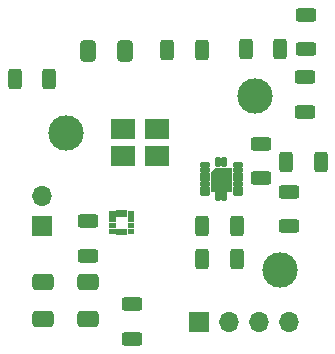
<source format=gbr>
%TF.GenerationSoftware,KiCad,Pcbnew,9.0.0*%
%TF.CreationDate,2025-03-07T11:03:18+01:00*%
%TF.ProjectId,PCB_rigide,5043425f-7269-4676-9964-652e6b696361,rev?*%
%TF.SameCoordinates,Original*%
%TF.FileFunction,Soldermask,Top*%
%TF.FilePolarity,Negative*%
%FSLAX46Y46*%
G04 Gerber Fmt 4.6, Leading zero omitted, Abs format (unit mm)*
G04 Created by KiCad (PCBNEW 9.0.0) date 2025-03-07 11:03:18*
%MOMM*%
%LPD*%
G01*
G04 APERTURE LIST*
G04 Aperture macros list*
%AMRoundRect*
0 Rectangle with rounded corners*
0 $1 Rounding radius*
0 $2 $3 $4 $5 $6 $7 $8 $9 X,Y pos of 4 corners*
0 Add a 4 corners polygon primitive as box body*
4,1,4,$2,$3,$4,$5,$6,$7,$8,$9,$2,$3,0*
0 Add four circle primitives for the rounded corners*
1,1,$1+$1,$2,$3*
1,1,$1+$1,$4,$5*
1,1,$1+$1,$6,$7*
1,1,$1+$1,$8,$9*
0 Add four rect primitives between the rounded corners*
20,1,$1+$1,$2,$3,$4,$5,0*
20,1,$1+$1,$4,$5,$6,$7,0*
20,1,$1+$1,$6,$7,$8,$9,0*
20,1,$1+$1,$8,$9,$2,$3,0*%
G04 Aperture macros list end*
%ADD10C,0.010000*%
%ADD11C,0.002000*%
%ADD12C,3.000000*%
%ADD13RoundRect,0.250000X-0.312500X-0.625000X0.312500X-0.625000X0.312500X0.625000X-0.312500X0.625000X0*%
%ADD14RoundRect,0.250000X-0.625000X0.312500X-0.625000X-0.312500X0.625000X-0.312500X0.625000X0.312500X0*%
%ADD15RoundRect,0.250000X0.625000X-0.312500X0.625000X0.312500X-0.625000X0.312500X-0.625000X-0.312500X0*%
%ADD16RoundRect,0.250000X0.650000X-0.412500X0.650000X0.412500X-0.650000X0.412500X-0.650000X-0.412500X0*%
%ADD17O,1.700000X1.700000*%
%ADD18R,1.700000X1.700000*%
%ADD19RoundRect,0.250000X0.312500X0.625000X-0.312500X0.625000X-0.312500X-0.625000X0.312500X-0.625000X0*%
%ADD20R,2.100000X1.800000*%
%ADD21RoundRect,0.116600X-0.315400X0.095400X-0.315400X-0.095400X0.315400X-0.095400X0.315400X0.095400X0*%
%ADD22RoundRect,0.116600X-0.095400X0.315400X-0.095400X-0.315400X0.095400X-0.315400X0.095400X0.315400X0*%
%ADD23RoundRect,0.250000X0.412500X0.650000X-0.412500X0.650000X-0.412500X-0.650000X0.412500X-0.650000X0*%
G04 APERTURE END LIST*
D10*
%TO.C,U2*%
X87838000Y-42389000D02*
X87388000Y-42389000D01*
X87388000Y-41989000D01*
X87838000Y-41989000D01*
X87838000Y-42389000D01*
G36*
X87838000Y-42389000D02*
G01*
X87388000Y-42389000D01*
X87388000Y-41989000D01*
X87838000Y-41989000D01*
X87838000Y-42389000D01*
G37*
X87838000Y-42889000D02*
X87388000Y-42889000D01*
X87388000Y-42489000D01*
X87838000Y-42489000D01*
X87838000Y-42889000D01*
G36*
X87838000Y-42889000D02*
G01*
X87388000Y-42889000D01*
X87388000Y-42489000D01*
X87838000Y-42489000D01*
X87838000Y-42889000D01*
G37*
X87838000Y-43389000D02*
X87388000Y-43389000D01*
X87388000Y-42989000D01*
X87838000Y-42989000D01*
X87838000Y-43389000D01*
G36*
X87838000Y-43389000D02*
G01*
X87388000Y-43389000D01*
X87388000Y-42989000D01*
X87838000Y-42989000D01*
X87838000Y-43389000D01*
G37*
X87838000Y-43889000D02*
X87388000Y-43889000D01*
X87388000Y-43489000D01*
X87838000Y-43489000D01*
X87838000Y-43889000D01*
G36*
X87838000Y-43889000D02*
G01*
X87388000Y-43889000D01*
X87388000Y-43489000D01*
X87838000Y-43489000D01*
X87838000Y-43889000D01*
G37*
X88338000Y-42389000D02*
X87938000Y-42389000D01*
X87938000Y-41939000D01*
X88338000Y-41939000D01*
X88338000Y-42389000D01*
G36*
X88338000Y-42389000D02*
G01*
X87938000Y-42389000D01*
X87938000Y-41939000D01*
X88338000Y-41939000D01*
X88338000Y-42389000D01*
G37*
X88338000Y-43939000D02*
X87938000Y-43939000D01*
X87938000Y-43489000D01*
X88338000Y-43489000D01*
X88338000Y-43939000D01*
G36*
X88338000Y-43939000D02*
G01*
X87938000Y-43939000D01*
X87938000Y-43489000D01*
X88338000Y-43489000D01*
X88338000Y-43939000D01*
G37*
X88838000Y-42389000D02*
X88438000Y-42389000D01*
X88438000Y-41939000D01*
X88838000Y-41939000D01*
X88838000Y-42389000D01*
G36*
X88838000Y-42389000D02*
G01*
X88438000Y-42389000D01*
X88438000Y-41939000D01*
X88838000Y-41939000D01*
X88838000Y-42389000D01*
G37*
X88838000Y-43939000D02*
X88438000Y-43939000D01*
X88438000Y-43489000D01*
X88838000Y-43489000D01*
X88838000Y-43939000D01*
G36*
X88838000Y-43939000D02*
G01*
X88438000Y-43939000D01*
X88438000Y-43489000D01*
X88838000Y-43489000D01*
X88838000Y-43939000D01*
G37*
X89388000Y-42389000D02*
X88938000Y-42389000D01*
X88938000Y-41989000D01*
X89388000Y-41989000D01*
X89388000Y-42389000D01*
G36*
X89388000Y-42389000D02*
G01*
X88938000Y-42389000D01*
X88938000Y-41989000D01*
X89388000Y-41989000D01*
X89388000Y-42389000D01*
G37*
X89388000Y-42889000D02*
X88938000Y-42889000D01*
X88938000Y-42489000D01*
X89388000Y-42489000D01*
X89388000Y-42889000D01*
G36*
X89388000Y-42889000D02*
G01*
X88938000Y-42889000D01*
X88938000Y-42489000D01*
X89388000Y-42489000D01*
X89388000Y-42889000D01*
G37*
X89388000Y-43389000D02*
X88938000Y-43389000D01*
X88938000Y-42989000D01*
X89388000Y-42989000D01*
X89388000Y-43389000D01*
G36*
X89388000Y-43389000D02*
G01*
X88938000Y-43389000D01*
X88938000Y-42989000D01*
X89388000Y-42989000D01*
X89388000Y-43389000D01*
G37*
X89388000Y-43889000D02*
X88938000Y-43889000D01*
X88938000Y-43489000D01*
X89388000Y-43489000D01*
X89388000Y-43889000D01*
G36*
X89388000Y-43889000D02*
G01*
X88938000Y-43889000D01*
X88938000Y-43489000D01*
X89388000Y-43489000D01*
X89388000Y-43889000D01*
G37*
D11*
%TO.C,U1*%
X97731600Y-40273800D02*
X96027600Y-40273800D01*
X96027600Y-38729800D01*
X96387600Y-38369800D01*
X97731600Y-38369800D01*
X97731600Y-40273800D01*
G36*
X97731600Y-40273800D02*
G01*
X96027600Y-40273800D01*
X96027600Y-38729800D01*
X96387600Y-38369800D01*
X97731600Y-38369800D01*
X97731600Y-40273800D01*
G37*
%TD*%
D12*
%TO.C,J3*%
X83693000Y-35433000D03*
%TD*%
D13*
%TO.C,R12*%
X102358000Y-37846000D03*
X105283000Y-37846000D03*
%TD*%
D14*
%TO.C,R10*%
X104013000Y-25400000D03*
X104013000Y-28325000D03*
%TD*%
D15*
%TO.C,R4*%
X102616000Y-40386000D03*
X102616000Y-43311000D03*
%TD*%
D14*
%TO.C,R1*%
X100203000Y-39243000D03*
X100203000Y-36318000D03*
%TD*%
D13*
%TO.C,R9*%
X79371000Y-30861000D03*
X82296000Y-30861000D03*
%TD*%
D16*
%TO.C,C1*%
X85598000Y-48006000D03*
X85598000Y-51131000D03*
%TD*%
D15*
%TO.C,R8*%
X89281000Y-52836000D03*
X89281000Y-49911000D03*
%TD*%
%TO.C,R6*%
X85598000Y-45785500D03*
X85598000Y-42860500D03*
%TD*%
D17*
%TO.C,J2*%
X102616000Y-51409600D03*
X100076000Y-51409600D03*
X97536000Y-51409600D03*
D18*
X94996000Y-51409600D03*
%TD*%
D13*
%TO.C,R7*%
X95250000Y-43307000D03*
X98175000Y-43307000D03*
%TD*%
D15*
%TO.C,R2*%
X103936800Y-33582800D03*
X103936800Y-30657800D03*
%TD*%
D19*
%TO.C,R5*%
X95227000Y-28371800D03*
X92302000Y-28371800D03*
%TD*%
D20*
%TO.C,Y1*%
X88540000Y-37352000D03*
X91440000Y-37352000D03*
X91440000Y-35052000D03*
X88540000Y-35052000D03*
%TD*%
D18*
%TO.C,J1*%
X81661000Y-43307000D03*
D17*
X81661000Y-40767000D03*
%TD*%
D16*
%TO.C,C2*%
X81788000Y-51155600D03*
X81788000Y-48030600D03*
%TD*%
D12*
%TO.C,J5*%
X99695000Y-32258000D03*
%TD*%
D13*
%TO.C,R3*%
X95246000Y-46101000D03*
X98171000Y-46101000D03*
%TD*%
D12*
%TO.C,J4*%
X101854000Y-46990000D03*
%TD*%
D21*
%TO.C,U1*%
X95454600Y-38121800D03*
X95454600Y-38521800D03*
X95454600Y-38921800D03*
X95454600Y-39321800D03*
X95454600Y-39721800D03*
X95454600Y-40121800D03*
X95454600Y-40521800D03*
D22*
X96629600Y-40741800D03*
X97129600Y-40746800D03*
D21*
X98304600Y-40521800D03*
X98304600Y-40121800D03*
X98304600Y-39721800D03*
X98304600Y-39321800D03*
X98304600Y-38921800D03*
X98304600Y-38521800D03*
X98304600Y-38121800D03*
D22*
X97129600Y-37896800D03*
X96629600Y-37896800D03*
%TD*%
D23*
%TO.C,C3*%
X88723000Y-28448000D03*
X85598000Y-28448000D03*
%TD*%
D13*
%TO.C,R11*%
X98929000Y-28321000D03*
X101854000Y-28321000D03*
%TD*%
M02*

</source>
